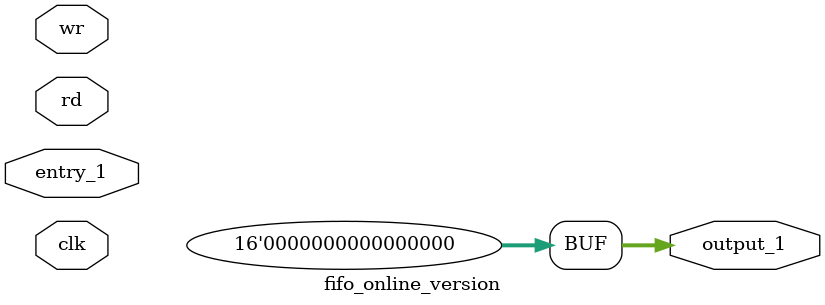
<source format=v>
module fifo_online_version
   #(
    parameter B=16, // number of bits in a word
              W=5  // number of address bits
   )
   (
    input wire clk,
    input wire rd, wr,
    input wire [B-1:0] entry_1,
    output reg [B-1:0] output_1
   );

   //signal declaration
   reg [B-1:0] array_reg [2**W-1:0];  // register array
   reg [W-1:0] w_ptr_next, w_ptr_succ;
   reg [W-1:0] r_ptr_next, r_ptr_succ;
   reg full_next, empty_next;
	reg [W-1:0] w_ptr_reg = 5'h00;
	reg [W-1:0] r_ptr_reg = 5'h00;
	reg empty_reg = 1'b1;
	reg full_reg = 1'b0;
	reg [15:0] buffer = 16'h0000;
   wire wr_en;
	wire empty;
	wire full;
	integer i;
	reg count = 1'b0;
	
	/*
    * Initialize the file with precharge data
    */
 
    initial
	 begin
  //     for (i=0; i<32; i=i+1) 
//		  begin
//		  array_reg[i] = 16'h0000;
//		  end
		output_1 = 16'h0000;
    end
	
   // body
   // register file write operation
//   always @(posedge clk)
//      if (wr_en)
//		begin
		//	output_1 = entry_1;
		//	output_1 = buffer;
//         array_reg[w_ptr_reg] = buffer;
		//	array_reg[5'd2] = 16'h0005;
		//	array_reg[5'd3] = 16'h0007;
//		end
	
/*	always @(posedge clk)
	begin
      if (rd == 1'b1)begin
      //   output_1 = array_reg[r_ptr_reg];
			if(output_1 == 16'd12)
			begin
		//		output_1 = 16'd5;
			end
			else
				output_1 = 16'd1;
			//output_1 = r_ptr_reg;
		end
	end */
   
	// write enabled only when FIFO is not full
   assign wr_en = wr & ~full_reg;

   // fifo control logic
   // register for read and write pointers
   always @(posedge clk)
	begin
		w_ptr_reg = w_ptr_next;
		r_ptr_reg = r_ptr_next;
		full_reg = full_next;
		empty_reg = empty_next;
	end
	
	always @*
	begin
		if(wr == 1'b1 && entry_1 > 16'h0000)begin
		//	buffer = entry_1;
	//		if(entry_1 == 16'd8)
	//			output_1 = w_ptr_reg;
		//	else
		//	begin
	//		array_reg[w_ptr_reg] = entry_1;
			//	output_1 = 16'h0000;
		//	end
		//	lcd_data = {3'b000, w_ptr_reg};
		end
	//	if(rd == 1'b1)
	//		output_1 = array_reg[r_ptr_reg];//array_reg[r_ptr_reg];
	end
	
   // next-state logic for read and write pointers
   always @*
   begin
      // successive pointer values
      w_ptr_succ = w_ptr_reg + 1;
      r_ptr_succ = r_ptr_reg + 1;
      // default: keep old values
      w_ptr_next = w_ptr_reg;
      r_ptr_next = r_ptr_reg;
      full_next = full_reg;
      empty_next = empty_reg;
      case ({wr, rd})
         // 2'b00:  no op
         2'b01: // read
            if (~empty_reg) // not empty
               begin
                  r_ptr_next = r_ptr_succ;
                  full_next = 1'b0;
                  if (r_ptr_succ==w_ptr_reg)
                     empty_next = 1'b1;
               end
         2'b10: // write
            if (~full_reg && entry_1 > 16'h0000) // not full
               begin
                  w_ptr_next = w_ptr_succ;
                  empty_next = 1'b0;
						
						/*This is need it  to write correctly*/
						if(entry_1 != buffer && count == 1'b1) begin
							if(buffer == 16'd12)
								array_reg[w_ptr_reg] = entry_1;
							count = 1'b0;
						end
						if(entry_1 != buffer)
							count = 1'b1;
						
						/* Add the buffer */
						buffer = entry_1;

                  if (w_ptr_succ==r_ptr_reg)
                     full_next = 1'b1;
               end
         2'b11: // write and read
            begin
					w_ptr_next = w_ptr_succ;
               r_ptr_next = r_ptr_succ;
					
					
            end
      endcase
   end

   // output
   assign full = full_reg;
   assign empty = empty_reg;

endmodule
</source>
